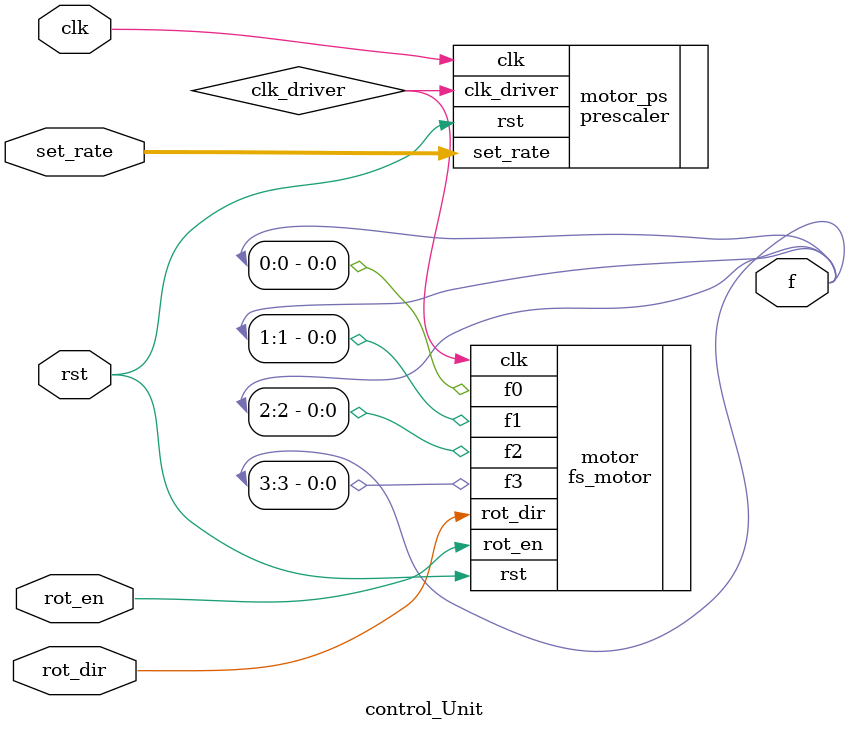
<source format=v>
module control_Unit(	
	input  		 clk,
	input	 		 rst,
	input  		 rot_dir,
	input  		 rot_en,
	input	 [2:0] set_rate,
	
	output [3:0] f
);
wire 		 clk_driver;

prescaler motor_ps(
.clk			( clk 		 ),
.rst			( rst			 ),
.set_rate	( set_rate 	 ),
.clk_driver ( clk_driver )
);

fs_motor motor(
.clk		 ( clk_driver ),
.rst		 ( rst		  ),
.rot_en   ( rot_en     ),
.rot_dir  ( rot_dir    ),
.f0		 ( f[0]       ),
.f1		 ( f[1]		  ),
.f2		 ( f[2]	     ),
.f3		 ( f[3]		  ),
);
	

endmodule
</source>
